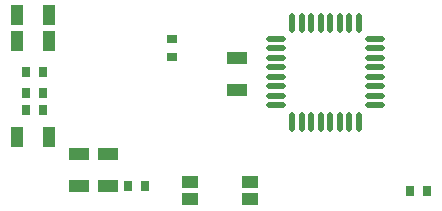
<source format=gtp>
G04 Layer_Color=8421504*
%FSLAX25Y25*%
%MOIN*%
G70*
G01*
G75*
%ADD10R,0.06693X0.04331*%
%ADD11R,0.04331X0.06693*%
%ADD12R,0.02756X0.03543*%
%ADD13R,0.03543X0.02756*%
%ADD14R,0.05512X0.04331*%
%ADD15O,0.02165X0.06496*%
%ADD16O,0.06496X0.02165*%
D10*
X340000Y149938D02*
D03*
Y139308D02*
D03*
X349500D02*
D03*
Y149938D02*
D03*
X392500Y171308D02*
D03*
Y181938D02*
D03*
D11*
X329815Y155623D02*
D03*
X319185D02*
D03*
X329815Y187623D02*
D03*
X319185D02*
D03*
X329815Y196123D02*
D03*
X319185D02*
D03*
D12*
X356047Y139123D02*
D03*
X361953D02*
D03*
X322047Y164623D02*
D03*
X327953D02*
D03*
X322047Y170123D02*
D03*
X327953D02*
D03*
X322047Y177123D02*
D03*
X327953D02*
D03*
X455953Y137623D02*
D03*
X450047D02*
D03*
D13*
X371000Y188076D02*
D03*
Y182170D02*
D03*
D14*
X397000Y134670D02*
D03*
Y140576D02*
D03*
X377000Y134670D02*
D03*
Y140576D02*
D03*
D15*
X410976Y193659D02*
D03*
X414126D02*
D03*
X417276D02*
D03*
X420425D02*
D03*
X423575D02*
D03*
X426724D02*
D03*
X429874D02*
D03*
X433024D02*
D03*
Y160588D02*
D03*
X429874D02*
D03*
X426724D02*
D03*
X423575D02*
D03*
X420425D02*
D03*
X417276D02*
D03*
X414126D02*
D03*
X410976D02*
D03*
D16*
X438535Y188147D02*
D03*
Y184997D02*
D03*
Y181848D02*
D03*
Y178698D02*
D03*
Y175548D02*
D03*
Y172399D02*
D03*
Y169249D02*
D03*
Y166100D02*
D03*
X405465D02*
D03*
Y169249D02*
D03*
Y172399D02*
D03*
Y175548D02*
D03*
Y178698D02*
D03*
Y181848D02*
D03*
Y184997D02*
D03*
Y188147D02*
D03*
M02*

</source>
